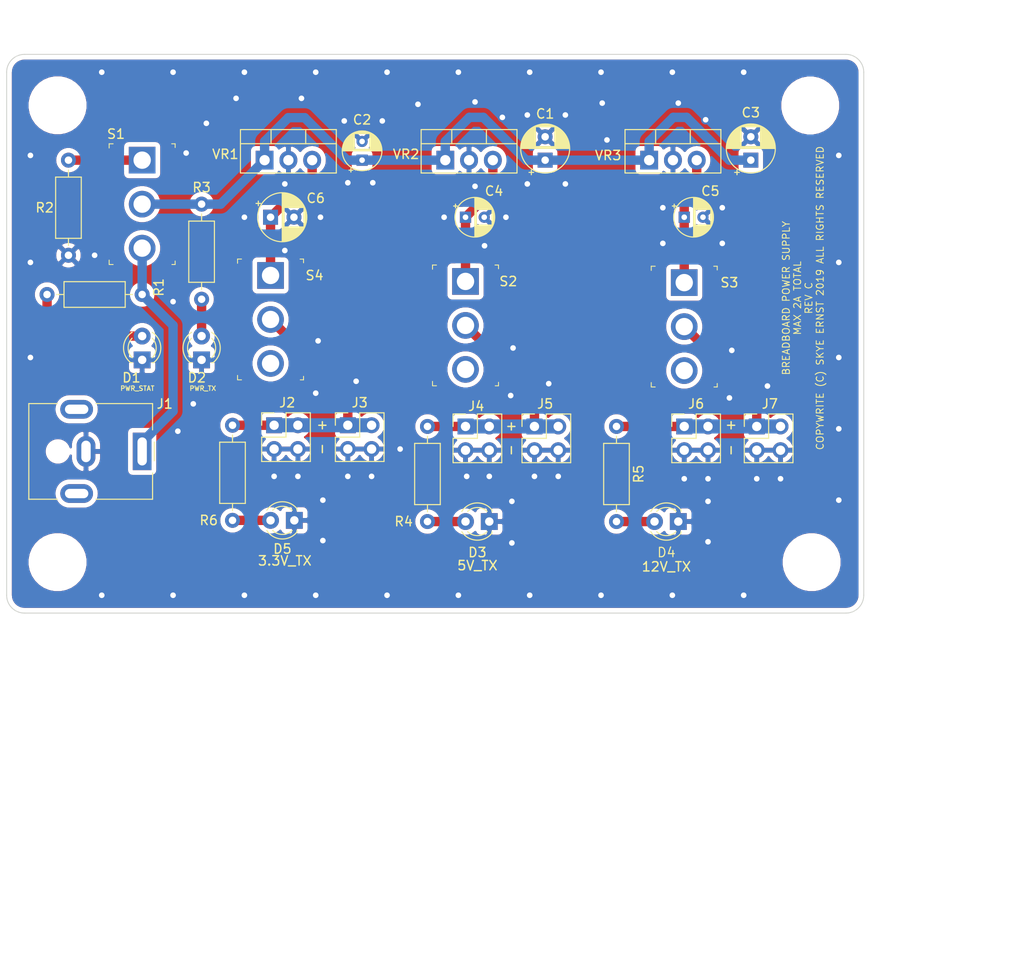
<source format=kicad_pcb>
(kicad_pcb (version 20171130) (host pcbnew "(5.1.4)-1")
  (layers (0 F.Cu signal) (31 B.Cu signal) (34 B.Paste user) (35 F.Paste user) (36 B.SilkS user) (37 F.SilkS user) (38 B.Mask user) (39 F.Mask user) (44 Edge.Cuts user))
  (net 0 "")
  (net 1 GND)
  (net 2 /PWR_AFT_SW)
  (net 3 +5V)
  (net 4 +12V)
  (net 5 +3V3)
  (net 6 "Net-(D1-Pad2)")
  (net 7 "Net-(D2-Pad2)")
  (net 8 /PWR_IN)
  (net 9 "Net-(R2-Pad2)")
  (net 10 "Net-(D3-Pad2)")
  (net 11 "Net-(D4-Pad2)")
  (net 12 "Net-(D5-Pad2)")
  (net 13 /POST_VR1_SW)
  (net 14 /POST_VR2_SW)
  (net 15 /POST_VR3_SW)
  (net 16 "Net-(S2-Pad3)")
  (net 17 "Net-(S3-Pad3)")
  (net 18 "Net-(S4-Pad3)")
  (module Package_TO_SOT_THT:TO-220-3_Vertical (layer F.Cu) (at 136.779 55.118)
    (fp_text reference VR1 (at -4.191 -0.635) (layer F.SilkS))
    (fp_text value L78S05CV)
    (pad 1 thru_hole rect (at 0 0) (size 1.905 2) (drill 1.1) (layers *.Cu *.Mask) (net 2 /PWR_AFT_SW))
    (pad 2 thru_hole oval (at 2.54 0) (size 1.905 2) (drill 1.1) (layers *.Cu *.Mask) (net 1 GND))
    (pad 3 thru_hole oval (at 5.08 0) (size 1.905 2) (drill 1.1) (layers *.Cu *.Mask) (net 5 +3V3))
  )
  (module Connector_PinSocket_2.54mm:PinSocket_2x02_P2.54mm_Vertical (layer F.Cu) (at 145.669 83.439 90)
    (fp_text reference J3 (at 2.413 1.27 180) (layer F.SilkS))
    (fp_text value "2.54mm pitch")
    (pad 4 thru_hole oval (at -2.54 2.54 90) (size 1.7 1.7) (drill 1) (layers *.Cu *.Mask) (net 1 GND))
    (pad 3 thru_hole oval (at 0 2.54 90) (size 1.7 1.7) (drill 1) (layers *.Cu *.Mask) (net 13 /POST_VR1_SW))
    (pad 2 thru_hole oval (at -2.54 0 90) (size 1.7 1.7) (drill 1) (layers *.Cu *.Mask) (net 1 GND))
    (pad 1 thru_hole rect (at 0 0 90) (size 1.7 1.7) (drill 1) (layers *.Cu *.Mask) (net 13 /POST_VR1_SW))
  )
  (module Connector_PinSocket_2.54mm:PinSocket_2x02_P2.54mm_Vertical (layer F.Cu) (at 189.357 83.566 90)
    (fp_text reference J7 (at 2.413 1.397 180) (layer F.SilkS))
    (fp_text value "2.54mm pitch")
    (pad 4 thru_hole oval (at -2.54 2.54 90) (size 1.7 1.7) (drill 1) (layers *.Cu *.Mask) (net 1 GND))
    (pad 3 thru_hole oval (at 0 2.54 90) (size 1.7 1.7) (drill 1) (layers *.Cu *.Mask) (net 15 /POST_VR3_SW))
    (pad 2 thru_hole oval (at -2.54 0 90) (size 1.7 1.7) (drill 1) (layers *.Cu *.Mask) (net 1 GND))
    (pad 1 thru_hole rect (at 0 0 90) (size 1.7 1.7) (drill 1) (layers *.Cu *.Mask) (net 15 /POST_VR3_SW))
  )
  (module Connector_PinSocket_2.54mm:PinSocket_2x02_P2.54mm_Vertical (layer F.Cu) (at 181.61 83.566 90)
    (fp_text reference J6 (at 2.413 1.27 180) (layer F.SilkS))
    (fp_text value "2.54mm pitch")
    (pad 4 thru_hole oval (at -2.54 2.54 90) (size 1.7 1.7) (drill 1) (layers *.Cu *.Mask) (net 1 GND))
    (pad 3 thru_hole oval (at 0 2.54 90) (size 1.7 1.7) (drill 1) (layers *.Cu *.Mask) (net 15 /POST_VR3_SW))
    (pad 2 thru_hole oval (at -2.54 0 90) (size 1.7 1.7) (drill 1) (layers *.Cu *.Mask) (net 1 GND))
    (pad 1 thru_hole rect (at 0 0 90) (size 1.7 1.7) (drill 1) (layers *.Cu *.Mask) (net 15 /POST_VR3_SW))
  )
  (module Connector_PinSocket_2.54mm:PinSocket_2x02_P2.54mm_Vertical (layer F.Cu) (at 165.608 83.566 90)
    (fp_text reference J5 (at 2.413 1.143 180) (layer F.SilkS))
    (fp_text value "2.54mm pitch")
    (pad 4 thru_hole oval (at -2.54 2.54 90) (size 1.7 1.7) (drill 1) (layers *.Cu *.Mask) (net 1 GND))
    (pad 3 thru_hole oval (at 0 2.54 90) (size 1.7 1.7) (drill 1) (layers *.Cu *.Mask) (net 14 /POST_VR2_SW))
    (pad 2 thru_hole oval (at -2.54 0 90) (size 1.7 1.7) (drill 1) (layers *.Cu *.Mask) (net 1 GND))
    (pad 1 thru_hole rect (at 0 0 90) (size 1.7 1.7) (drill 1) (layers *.Cu *.Mask) (net 14 /POST_VR2_SW))
  )
  (module Connector_PinSocket_2.54mm:PinSocket_2x02_P2.54mm_Vertical (layer F.Cu) (at 158.242 83.566 90)
    (fp_text reference J4 (at 2.159 1.143 180) (layer F.SilkS))
    (fp_text value "2.54mm pitch")
    (pad 4 thru_hole oval (at -2.54 2.54 90) (size 1.7 1.7) (drill 1) (layers *.Cu *.Mask) (net 1 GND))
    (pad 3 thru_hole oval (at 0 2.54 90) (size 1.7 1.7) (drill 1) (layers *.Cu *.Mask) (net 14 /POST_VR2_SW))
    (pad 2 thru_hole oval (at -2.54 0 90) (size 1.7 1.7) (drill 1) (layers *.Cu *.Mask) (net 1 GND))
    (pad 1 thru_hole rect (at 0 0 90) (size 1.7 1.7) (drill 1) (layers *.Cu *.Mask) (net 14 /POST_VR2_SW))
  )
  (module Connector_PinSocket_2.54mm:PinSocket_2x02_P2.54mm_Vertical (layer F.Cu) (at 137.795 83.439 90)
    (fp_text reference J2 (at 2.413 1.397 180) (layer F.SilkS))
    (fp_text value "2.54mm pitch")
    (pad 4 thru_hole oval (at -2.54 2.54 90) (size 1.7 1.7) (drill 1) (layers *.Cu *.Mask) (net 1 GND))
    (pad 3 thru_hole oval (at 0 2.54 90) (size 1.7 1.7) (drill 1) (layers *.Cu *.Mask) (net 13 /POST_VR1_SW))
    (pad 2 thru_hole oval (at -2.54 0 90) (size 1.7 1.7) (drill 1) (layers *.Cu *.Mask) (net 1 GND))
    (pad 1 thru_hole rect (at 0 0 90) (size 1.7 1.7) (drill 1) (layers *.Cu *.Mask) (net 13 /POST_VR1_SW))
  )
  (module MountingHole:MountingHole_2.2mm_M2 (layer F.Cu) (at 195.219467 98.064467)
    (fp_text reference REF** hide)
    (fp_text value MountingHole_2.2mm_M2)
    (pad 1 np_thru_hole circle (at 0 0) (size 2.2 2.2) (drill 2.2) (layers *.Cu *.Mask))
  )
  (module MountingHole:MountingHole_2.2mm_M2 (layer F.Cu) (at 195.072 49.276)
    (fp_text reference REF** hide)
    (fp_text value MountingHole_2.2mm_M2)
    (pad 1 np_thru_hole circle (at 0 0) (size 2.2 2.2) (drill 2.2) (layers *.Cu *.Mask))
  )
  (module Resistor_THT:R_Axial_DIN0207_L6.3mm_D2.5mm_P10.16mm_Horizontal (layer F.Cu) (at 133.35 83.439 270)
    (fp_text reference R6 (at 10.16 2.54 180) (layer F.SilkS))
    (fp_text value 100)
    (pad 2 thru_hole oval (at 10.16 0 270) (size 1.6 1.6) (drill 0.8) (layers *.Cu *.Mask) (net 12 "Net-(D5-Pad2)"))
    (pad 1 thru_hole circle (at 0 0 270) (size 1.6 1.6) (drill 0.8) (layers *.Cu *.Mask) (net 13 /POST_VR1_SW))
  )
  (module Resistor_THT:R_Axial_DIN0207_L6.3mm_D2.5mm_P10.16mm_Horizontal (layer F.Cu) (at 174.371 83.566 270)
    (fp_text reference R5 (at 5.08 -2.37 90) (layer F.SilkS))
    (fp_text value 680)
    (pad 2 thru_hole oval (at 10.16 0 270) (size 1.6 1.6) (drill 0.8) (layers *.Cu *.Mask) (net 11 "Net-(D4-Pad2)"))
    (pad 1 thru_hole circle (at 0 0 270) (size 1.6 1.6) (drill 0.8) (layers *.Cu *.Mask) (net 15 /POST_VR3_SW))
  )
  (module Resistor_THT:R_Axial_DIN0207_L6.3mm_D2.5mm_P10.16mm_Horizontal (layer F.Cu) (at 154.178 83.566 270)
    (fp_text reference R4 (at 10.16 2.54 180) (layer F.SilkS))
    (fp_text value 220)
    (pad 2 thru_hole oval (at 10.16 0 270) (size 1.6 1.6) (drill 0.8) (layers *.Cu *.Mask) (net 10 "Net-(D3-Pad2)"))
    (pad 1 thru_hole circle (at 0 0 270) (size 1.6 1.6) (drill 0.8) (layers *.Cu *.Mask) (net 14 /POST_VR2_SW))
  )
  (module Resistor_THT:R_Axial_DIN0207_L6.3mm_D2.5mm_P10.16mm_Horizontal (layer F.Cu) (at 130.048 69.977 90)
    (fp_text reference R3 (at 11.938 0 180) (layer F.SilkS))
    (fp_text value 680)
    (pad 2 thru_hole oval (at 10.16 0 90) (size 1.6 1.6) (drill 0.8) (layers *.Cu *.Mask) (net 2 /PWR_AFT_SW))
    (pad 1 thru_hole circle (at 0 0 90) (size 1.6 1.6) (drill 0.8) (layers *.Cu *.Mask) (net 7 "Net-(D2-Pad2)"))
  )
  (module Resistor_THT:R_Axial_DIN0207_L6.3mm_D2.5mm_P10.16mm_Horizontal (layer F.Cu) (at 115.824 65.278 90)
    (fp_text reference R2 (at 5.08 -2.54 180) (layer F.SilkS))
    (fp_text value 100K)
    (pad 2 thru_hole oval (at 10.16 0 90) (size 1.6 1.6) (drill 0.8) (layers *.Cu *.Mask) (net 9 "Net-(R2-Pad2)"))
    (pad 1 thru_hole circle (at 0 0 90) (size 1.6 1.6) (drill 0.8) (layers *.Cu *.Mask) (net 1 GND))
  )
  (module Resistor_THT:R_Axial_DIN0207_L6.3mm_D2.5mm_P10.16mm_Horizontal (layer F.Cu) (at 113.538 69.469)
    (fp_text reference R1 (at 11.938 -0.762 270) (layer F.SilkS))
    (fp_text value 660)
    (pad 2 thru_hole oval (at 10.16 0) (size 1.6 1.6) (drill 0.8) (layers *.Cu *.Mask) (net 8 /PWR_IN))
    (pad 1 thru_hole circle (at 0 0) (size 1.6 1.6) (drill 0.8) (layers *.Cu *.Mask) (net 6 "Net-(D1-Pad2)"))
  )
  (module LED_THT:LED_D3.0mm (layer F.Cu) (at 139.954 93.599 180)
    (fp_text reference D5 (at 1.27 -3.048) (layer F.SilkS))
    (fp_text value LED)
    (pad 2 thru_hole circle (at 2.54 0 180) (size 1.8 1.8) (drill 0.9) (layers *.Cu *.Mask) (net 12 "Net-(D5-Pad2)"))
    (pad 1 thru_hole rect (at 0 0 180) (size 1.8 1.8) (drill 0.9) (layers *.Cu *.Mask) (net 1 GND))
  )
  (module LED_THT:LED_D3.0mm (layer F.Cu) (at 180.975 93.726 180)
    (fp_text reference D4 (at 1.27 -3.302) (layer F.SilkS) (effects (font (thickness 0.125))))
    (fp_text value LED)
    (pad 2 thru_hole circle (at 2.54 0 180) (size 1.8 1.8) (drill 0.9) (layers *.Cu *.Mask) (net 11 "Net-(D4-Pad2)"))
    (pad 1 thru_hole rect (at 0 0 180) (size 1.8 1.8) (drill 0.9) (layers *.Cu *.Mask) (net 1 GND))
  )
  (module LED_THT:LED_D3.0mm (layer F.Cu) (at 160.782 93.726 180)
    (fp_text reference D3 (at 1.27 -3.302) (layer F.SilkS))
    (fp_text value LED)
    (pad 2 thru_hole circle (at 2.54 0 180) (size 1.8 1.8) (drill 0.9) (layers *.Cu *.Mask) (net 10 "Net-(D3-Pad2)"))
    (pad 1 thru_hole rect (at 0 0 180) (size 1.8 1.8) (drill 0.9) (layers *.Cu *.Mask) (net 1 GND))
  )
  (module LED_THT:LED_D3.0mm (layer F.Cu) (at 130.048 76.454 90)
    (fp_text reference D2 (at -1.905 -0.508 180) (layer F.SilkS))
    (fp_text value LED)
    (pad 1 thru_hole rect (at 0 0 90) (size 1.8 1.8) (drill 0.9) (layers *.Cu *.Mask) (net 1 GND))
    (pad 2 thru_hole circle (at 2.54 0 90) (size 1.8 1.8) (drill 0.9) (layers *.Cu *.Mask) (net 7 "Net-(D2-Pad2)"))
  )
  (module LED_THT:LED_D3.0mm (layer F.Cu) (at 123.698 76.454 90)
    (fp_text reference D1 (at -1.905 -1.143 180) (layer F.SilkS))
    (fp_text value LED)
    (pad 2 thru_hole circle (at 2.54 0 90) (size 1.8 1.8) (drill 0.9) (layers *.Cu *.Mask) (net 6 "Net-(D1-Pad2)"))
    (pad 1 thru_hole rect (at 0 0 90) (size 1.8 1.8) (drill 0.9) (layers *.Cu *.Mask) (net 1 GND))
  )
  (module Capacitor_THT:CP_Radial_D5.0mm_P2.50mm (layer F.Cu) (at 137.414 61.214)
    (fp_text reference C6 (at 4.826 -2.032) (layer F.SilkS))
    (fp_text value 100uF)
    (pad 2 thru_hole circle (at 2.5 0) (size 1.6 1.6) (drill 0.8) (layers *.Cu *.Mask) (net 1 GND))
    (pad 1 thru_hole rect (at 0 0) (size 1.6 1.6) (drill 0.8) (layers *.Cu *.Mask) (net 5 +3V3))
  )
  (module Capacitor_THT:CP_Radial_D4.0mm_P2.00mm (layer F.Cu) (at 181.61 61.214)
    (fp_text reference C5 (at 2.794 -2.794) (layer F.SilkS))
    (fp_text value 0.1uF)
    (pad 2 thru_hole circle (at 2 0) (size 1.2 1.2) (drill 0.6) (layers *.Cu *.Mask) (net 1 GND))
    (pad 1 thru_hole rect (at 0 0) (size 1.2 1.2) (drill 0.6) (layers *.Cu *.Mask) (net 4 +12V))
  )
  (module Capacitor_THT:CP_Radial_D4.0mm_P2.00mm (layer F.Cu) (at 158.242 61.214)
    (fp_text reference C4 (at 3.048 -2.794) (layer F.SilkS))
    (fp_text value 0.1uF)
    (pad 1 thru_hole rect (at 0 0) (size 1.2 1.2) (drill 0.6) (layers *.Cu *.Mask) (net 3 +5V))
    (pad 2 thru_hole circle (at 2 0) (size 1.2 1.2) (drill 0.6) (layers *.Cu *.Mask) (net 1 GND))
  )
  (module Capacitor_THT:CP_Radial_D5.0mm_P2.50mm (layer F.Cu) (at 188.722 55.118 90)
    (fp_text reference C3 (at 5.08 0 180) (layer F.SilkS))
    (fp_text value 0.33uF)
    (pad 2 thru_hole circle (at 2.5 0 90) (size 1.6 1.6) (drill 0.8) (layers *.Cu *.Mask) (net 1 GND))
    (pad 1 thru_hole rect (at 0 0 90) (size 1.6 1.6) (drill 0.8) (layers *.Cu *.Mask) (net 2 /PWR_AFT_SW))
  )
  (module Capacitor_THT:CP_Radial_D4.0mm_P2.00mm (layer F.Cu) (at 147.193 55.118 90)
    (fp_text reference C2 (at 4.318 0 180) (layer F.SilkS))
    (fp_text value 10uF)
    (pad 2 thru_hole circle (at 2 0 90) (size 1.2 1.2) (drill 0.6) (layers *.Cu *.Mask) (net 1 GND))
    (pad 1 thru_hole rect (at 0 0 90) (size 1.2 1.2) (drill 0.6) (layers *.Cu *.Mask) (net 2 /PWR_AFT_SW))
  )
  (module Capacitor_THT:CP_Radial_D5.0mm_P2.50mm (layer F.Cu) (at 166.751 55.118 90)
    (fp_text reference C1 (at 4.953 0 180) (layer F.SilkS))
    (fp_text value 0.33uF)
    (pad 2 thru_hole circle (at 2.5 0 90) (size 1.6 1.6) (drill 0.8) (layers *.Cu *.Mask) (net 1 GND))
    (pad 1 thru_hole rect (at 0 0 90) (size 1.6 1.6) (drill 0.8) (layers *.Cu *.Mask) (net 2 /PWR_AFT_SW))
  )
  (module digikey-footprints:Toggle_Switch_100SP1T1B4M2QE (layer F.Cu) (at 137.414 67.435 270)
    (fp_text reference S4 (at 0 -4.699 180) (layer F.SilkS))
    (fp_text value 100SP1T1B4M2QE)
    (pad 3 thru_hole circle (at 9.4 0 270) (size 2.85 2.85) (drill 1.85) (layers *.Cu *.Mask) (net 18 "Net-(S4-Pad3)"))
    (pad 2 thru_hole circle (at 4.7 0 270) (size 2.85 2.85) (drill 1.85) (layers *.Cu *.Mask) (net 13 /POST_VR1_SW))
    (pad 1 thru_hole rect (at 0 0 270) (size 2.85 2.85) (drill 1.85) (layers *.Cu *.Mask) (net 5 +3V3))
  )
  (module MountingHole:MountingHole_2.2mm_M2 (layer F.Cu) (at 114.660533 49.255533 180)
    (fp_text reference REF** hide)
    (fp_text value MountingHole_2.2mm_M2)
    (pad 1 np_thru_hole circle (at 0 0 180) (size 2.2 2.2) (drill 2.2) (layers *.Cu *.Mask))
  )
  (module MountingHole:MountingHole_2.2mm_M2 (layer F.Cu) (at 114.660533 98.064467)
    (fp_text reference REF** hide)
    (fp_text value MountingHole_2.2mm_M2)
    (pad 1 np_thru_hole circle (at 0 0) (size 2.2 2.2) (drill 2.2) (layers *.Cu *.Mask))
  )
  (module digikey-footprints:Toggle_Switch_100SP1T1B4M2QE (layer F.Cu) (at 181.61 68.199 270)
    (fp_text reference S3 (at 0 -4.826 180) (layer F.SilkS))
    (fp_text value 100SP1T1B4M2QE)
    (pad 3 thru_hole circle (at 9.4 0 270) (size 2.85 2.85) (drill 1.85) (layers *.Cu *.Mask) (net 17 "Net-(S3-Pad3)"))
    (pad 2 thru_hole circle (at 4.7 0 270) (size 2.85 2.85) (drill 1.85) (layers *.Cu *.Mask) (net 15 /POST_VR3_SW))
    (pad 1 thru_hole rect (at 0 0 270) (size 2.85 2.85) (drill 1.85) (layers *.Cu *.Mask) (net 4 +12V))
  )
  (module digikey-footprints:Toggle_Switch_100SP1T1B4M2QE (layer F.Cu) (at 158.242 68.072 270)
    (fp_text reference S2 (at 0 -4.572 180) (layer F.SilkS))
    (fp_text value 100SP1T1B4M2QE)
    (pad 3 thru_hole circle (at 9.4 0 270) (size 2.85 2.85) (drill 1.85) (layers *.Cu *.Mask) (net 16 "Net-(S2-Pad3)"))
    (pad 2 thru_hole circle (at 4.7 0 270) (size 2.85 2.85) (drill 1.85) (layers *.Cu *.Mask) (net 14 /POST_VR2_SW))
    (pad 1 thru_hole rect (at 0 0 270) (size 2.85 2.85) (drill 1.85) (layers *.Cu *.Mask) (net 3 +5V))
  )
  (module Connector_BarrelJack:BarrelJack_CUI_PJ-063AH_Horizontal (layer F.Cu) (at 123.698 86.233 270)
    (fp_text reference J1 (at -5.08 -2.413 180) (layer F.SilkS))
    (fp_text value PJ-063AH)
    (pad 1 thru_hole rect (at 0 0 270) (size 4 2) (drill oval 3 1) (layers *.Cu *.Mask) (net 8 /PWR_IN))
    (pad 2 thru_hole oval (at 0 6 270) (size 3.3 2) (drill oval 2.3 1) (layers *.Cu *.Mask) (net 1 GND))
    (pad MP thru_hole oval (at -4.5 7 270) (size 2 3.5) (drill oval 1 2.5) (layers *.Cu *.Mask))
    (pad MP thru_hole oval (at 4.5 7 270) (size 2 3.5) (drill oval 1 2.5) (layers *.Cu *.Mask))
    (pad "" np_thru_hole circle (at 0 9 270) (size 1.6 1.6) (drill 1.6) (layers *.Cu *.Mask))
  )
  (module digikey-footprints:Toggle_Switch_100SP1T1B4M2QE (layer F.Cu) (at 123.698 55.118 270)
    (fp_text reference S1 (at -2.792 2.794 180) (layer F.SilkS))
    (fp_text value 100SP1T1B4M2QE)
    (pad 1 thru_hole rect (at 0 0 270) (size 2.85 2.85) (drill 1.85) (layers *.Cu *.Mask) (net 9 "Net-(R2-Pad2)"))
    (pad 2 thru_hole circle (at 4.7 0 270) (size 2.85 2.85) (drill 1.85) (layers *.Cu *.Mask) (net 2 /PWR_AFT_SW))
    (pad 3 thru_hole circle (at 9.4 0 270) (size 2.85 2.85) (drill 1.85) (layers *.Cu *.Mask) (net 8 /PWR_IN))
  )
  (module Package_TO_SOT_THT:TO-220-3_Vertical (layer F.Cu) (at 156.083 55.118)
    (fp_text reference VR2 (at -4.191 -0.635) (layer F.SilkS))
    (fp_text value L78S05CV)
    (pad 3 thru_hole oval (at 5.08 0) (size 1.905 2) (drill 1.1) (layers *.Cu *.Mask) (net 3 +5V))
    (pad 2 thru_hole oval (at 2.54 0) (size 1.905 2) (drill 1.1) (layers *.Cu *.Mask) (net 1 GND))
    (pad 1 thru_hole rect (at 0 0) (size 1.905 2) (drill 1.1) (layers *.Cu *.Mask) (net 2 /PWR_AFT_SW))
  )
  (module Package_TO_SOT_THT:TO-220-3_Vertical (layer F.Cu) (at 177.8635 55.118)
    (fp_text reference VR3 (at -4.3815 -0.508) (layer F.SilkS))
    (fp_text value L78S12CV)
    (pad 1 thru_hole rect (at 0 0) (size 1.905 2) (drill 1.1) (layers *.Cu *.Mask) (net 2 /PWR_AFT_SW))
    (pad 2 thru_hole oval (at 2.54 0) (size 1.905 2) (drill 1.1) (layers *.Cu *.Mask) (net 1 GND))
    (pad 3 thru_hole oval (at 5.08 0) (size 1.905 2) (drill 1.1) (layers *.Cu *.Mask) (net 4 +12V))
  )
  (gr_line (start 200.787 45.72) (end 200.787 101.6) (layer Edge.Cuts) (width 0.1))
  (gr_text PWR_TX (at 130.175 79.502) (layer F.SilkS) (effects (font (size 0.5 0.5) (thickness 0.1))))
  (gr_text PWR_STAT (at 123.19 79.502) (layer F.SilkS) (effects (font (size 0.5 0.5) (thickness 0.1))))
  (gr_text "BREADBOARD POWER SUPPLY\nMAX 2A TOTAL\nREV C\nCOPYWRITE (C) SKYE ERNST 2019 ALL RIGHTS RESERVED" (at 194.31 69.85 90) (layer F.SilkS) (effects (font (size 0.75 0.75) (thickness 0.1))))
  (gr_text 12V_TX (at 179.705 98.552) (layer F.SilkS) (effects (font (size 1 1))))
  (gr_text 5V_TX (at 159.512 98.425) (layer F.SilkS) (effects (font (size 1 1) (thickness 0.155))))
  (gr_text 3.3V_TX (at 138.938 97.917) (layer F.SilkS) (effects (font (size 1 1))))
  (gr_line (start 109.22 45.72) (end 109.22 101.6) (layer Edge.Cuts) (width 0.1))
  (gr_arc (start 198.882 45.72) (end 200.787 45.72) (angle -90) (layer Edge.Cuts) (width 0.1))
  (gr_line (start 111.125 43.815) (end 198.882 43.815) (layer Edge.Cuts) (width 0.1))
  (gr_arc (start 111.125 45.72) (end 111.125 43.815) (angle -90) (layer Edge.Cuts) (width 0.1))
  (gr_arc (start 111.125 101.6) (end 109.22 101.6) (angle -90) (layer Edge.Cuts) (width 0.1))
  (gr_line (start 198.882 103.505) (end 111.125 103.505) (layer Edge.Cuts) (width 0.1))
  (gr_arc (start 198.882 101.6) (end 198.882 103.505) (angle -90) (layer Edge.Cuts) (width 0.1))
  (gr_text - (at 186.69 86.106 270) (layer F.SilkS) (effects (font (size 1 1))))
  (gr_text + (at 186.69 83.439 270) (layer F.SilkS) (effects (font (size 1 1))))
  (gr_text + (at 163.068 83.566 90) (layer F.SilkS) (effects (font (size 1 1))))
  (gr_text - (at 163.068 86.106 90) (layer F.SilkS) (effects (font (size 1 1))))
  (gr_text - (at 142.875 85.979 90) (layer F.SilkS) (effects (font (size 1 1))))
  (gr_text + (at 142.875 83.439 90) (layer F.SilkS) (effects (font (size 1 1))))
  (via (at 179.324 60.198) (size 1) (drill 0.6) (layers F.Cu B.Cu) (net 1))
  (via (at 119.38 101.6) (size 1) (drill 0.6) (layers F.Cu B.Cu) (net 1))
  (via (at 127 101.6) (size 1) (drill 0.6) (layers F.Cu B.Cu) (net 1))
  (via (at 134.62 101.6) (size 1) (drill 0.6) (layers F.Cu B.Cu) (net 1))
  (via (at 142.24 101.6) (size 1) (drill 0.6) (layers F.Cu B.Cu) (net 1))
  (via (at 149.86 101.6) (size 1) (drill 0.6) (layers F.Cu B.Cu) (net 1))
  (via (at 157.48 101.6) (size 1) (drill 0.6) (layers F.Cu B.Cu) (net 1))
  (via (at 165.1 101.6) (size 1) (drill 0.6) (layers F.Cu B.Cu) (net 1))
  (via (at 172.72 101.6) (size 1) (drill 0.6) (layers F.Cu B.Cu) (net 1))
  (via (at 180.34 101.6) (size 1) (drill 0.6) (layers F.Cu B.Cu) (net 1))
  (via (at 187.96 101.6) (size 1) (drill 0.6) (layers F.Cu B.Cu) (net 1))
  (via (at 119.38 45.72) (size 1) (drill 0.6) (layers F.Cu B.Cu) (net 1))
  (via (at 127 45.72) (size 1) (drill 0.6) (layers F.Cu B.Cu) (net 1))
  (via (at 134.62 45.72) (size 1) (drill 0.6) (layers F.Cu B.Cu) (net 1))
  (via (at 142.24 45.72) (size 1) (drill 0.6) (layers F.Cu B.Cu) (net 1))
  (via (at 149.86 45.72) (size 1) (drill 0.6) (layers F.Cu B.Cu) (net 1))
  (via (at 157.48 45.72) (size 1) (drill 0.6) (layers F.Cu B.Cu) (net 1))
  (via (at 165.1 45.72) (size 1) (drill 0.6) (layers F.Cu B.Cu) (net 1))
  (via (at 172.72 45.72) (size 1) (drill 0.6) (layers F.Cu B.Cu) (net 1))
  (via (at 180.34 45.72) (size 1) (drill 0.6) (layers F.Cu B.Cu) (net 1))
  (via (at 187.96 45.72) (size 1) (drill 0.6) (layers F.Cu B.Cu) (net 1))
  (via (at 134.62 61.214) (size 1) (drill 0.6) (layers F.Cu B.Cu) (net 1))
  (via (at 142.748 61.214) (size 1) (drill 0.6) (layers F.Cu B.Cu) (net 1))
  (via (at 138.938 57.658) (size 1) (drill 0.6) (layers F.Cu B.Cu) (net 1))
  (via (at 138.938 64.77) (size 1) (drill 0.6) (layers F.Cu B.Cu) (net 1))
  (via (at 111.76 76.2) (size 1) (drill 0.6) (layers F.Cu B.Cu) (net 1))
  (via (at 111.76 66.04) (size 1) (drill 0.6) (layers F.Cu B.Cu) (net 1))
  (via (at 111.76 54.61) (size 1) (drill 0.6) (layers F.Cu B.Cu) (net 1))
  (via (at 198.12 54.61) (size 1) (drill 0.6) (layers F.Cu B.Cu) (net 1))
  (via (at 198.12 66.04) (size 1) (drill 0.6) (layers F.Cu B.Cu) (net 1))
  (via (at 198.12 76.2) (size 1) (drill 0.6) (layers F.Cu B.Cu) (net 1))
  (via (at 198.12 83.82) (size 1) (drill 0.6) (layers F.Cu B.Cu) (net 1))
  (via (at 198.12 91.44) (size 1) (drill 0.6) (layers F.Cu B.Cu) (net 1))
  (via (at 155.956 61.214) (size 1) (drill 0.6) (layers F.Cu B.Cu) (net 1))
  (via (at 159.258 57.912) (size 1) (drill 0.6) (layers F.Cu B.Cu) (net 1))
  (via (at 160.274 64.262) (size 1) (drill 0.6) (layers F.Cu B.Cu) (net 1))
  (via (at 162.56 61.214) (size 1) (drill 0.6) (layers F.Cu B.Cu) (net 1))
  (via (at 179.324 64.008) (size 1) (drill 0.6) (layers F.Cu B.Cu) (net 1))
  (via (at 185.674 60.198) (size 1) (drill 0.6) (layers F.Cu B.Cu) (net 1))
  (via (at 185.674 64.008) (size 1) (drill 0.6) (layers F.Cu B.Cu) (net 1))
  (via (at 142.494 74.422) (size 1) (drill 0.6) (layers F.Cu B.Cu) (net 1))
  (via (at 146.558 78.74) (size 1) (drill 0.6) (layers F.Cu B.Cu) (net 1))
  (via (at 142.24 80.01) (size 1) (drill 0.6) (layers F.Cu B.Cu) (net 1))
  (via (at 163.068 80.264) (size 1) (drill 0.6) (layers F.Cu B.Cu) (net 1))
  (via (at 163.322 75.184) (size 1) (drill 0.6) (layers F.Cu B.Cu) (net 1))
  (via (at 167.132 78.994) (size 1) (drill 0.6) (layers F.Cu B.Cu) (net 1))
  (via (at 184.15 91.567) (size 1) (drill 0.6) (layers F.Cu B.Cu) (net 1))
  (via (at 184.15 95.885) (size 1) (drill 0.6) (layers F.Cu B.Cu) (net 1))
  (via (at 163.195 96.012) (size 1) (drill 0.6) (layers F.Cu B.Cu) (net 1))
  (via (at 163.195 91.567) (size 1) (drill 0.6) (layers F.Cu B.Cu) (net 1))
  (via (at 143.002 91.44) (size 1) (drill 0.6) (layers F.Cu B.Cu) (net 1))
  (via (at 143.002 95.758) (size 1) (drill 0.6) (layers F.Cu B.Cu) (net 1))
  (via (at 186.69 75.438) (size 1) (drill 0.6) (layers F.Cu B.Cu) (net 1))
  (via (at 190.5 79.248) (size 1) (drill 0.6) (layers F.Cu B.Cu) (net 1))
  (via (at 186.436 80.518) (size 1) (drill 0.6) (layers F.Cu B.Cu) (net 1))
  (via (at 181.61 89.154) (size 1) (drill 0.6) (layers F.Cu B.Cu) (net 1))
  (via (at 184.15 89.154) (size 1) (drill 0.6) (layers F.Cu B.Cu) (net 1))
  (via (at 189.357 89.154) (size 1) (drill 0.6) (layers F.Cu B.Cu) (net 1))
  (via (at 191.897 89.154) (size 1) (drill 0.6) (layers F.Cu B.Cu) (net 1))
  (via (at 137.795 88.9) (size 1) (drill 0.6) (layers F.Cu B.Cu) (net 1))
  (via (at 140.335 88.9) (size 1) (drill 0.6) (layers F.Cu B.Cu) (net 1))
  (via (at 145.669 88.9) (size 1) (drill 0.6) (layers F.Cu B.Cu) (net 1))
  (via (at 148.209 88.9) (size 1) (drill 0.6) (layers F.Cu B.Cu) (net 1))
  (via (at 151.257 85.979) (size 1) (drill 0.6) (layers F.Cu B.Cu) (net 1))
  (via (at 158.369 88.9) (size 1) (drill 0.6) (layers F.Cu B.Cu) (net 1))
  (via (at 160.782 88.9) (size 1) (drill 0.6) (layers F.Cu B.Cu) (net 1))
  (via (at 165.608 88.9) (size 1) (drill 0.6) (layers F.Cu B.Cu) (net 1))
  (via (at 168.148 88.9) (size 1) (drill 0.6) (layers F.Cu B.Cu) (net 1))
  (via (at 127.508 84.074) (size 1) (drill 0.6) (layers F.Cu B.Cu) (net 1))
  (via (at 129.159 81.153) (size 1) (drill 0.6) (layers F.Cu B.Cu) (net 1))
  (via (at 127 70.231) (size 1) (drill 0.6) (layers F.Cu B.Cu) (net 1))
  (via (at 118.618 65.278) (size 1) (drill 0.6) (layers F.Cu B.Cu) (net 1))
  (via (at 128.397 54.356) (size 1) (drill 0.6) (layers F.Cu B.Cu) (net 1))
  (via (at 130.556 51.181) (size 1) (drill 0.6) (layers F.Cu B.Cu) (net 1))
  (via (at 133.731 48.514) (size 1) (drill 0.6) (layers F.Cu B.Cu) (net 1))
  (via (at 140.716 48.514) (size 1) (drill 0.6) (layers F.Cu B.Cu) (net 1))
  (via (at 145.669 57.531) (size 1) (drill 0.6) (layers F.Cu B.Cu) (net 1))
  (via (at 148.336 57.531) (size 1) (drill 0.6) (layers F.Cu B.Cu) (net 1))
  (via (at 153.162 49.149) (size 1) (drill 0.6) (layers F.Cu B.Cu) (net 1))
  (via (at 159.258 48.895) (size 1) (drill 0.6) (layers F.Cu B.Cu) (net 1))
  (via (at 162.179 50.546) (size 1) (drill 0.6) (layers F.Cu B.Cu) (net 1))
  (via (at 164.846 50.292) (size 1) (drill 0.6) (layers F.Cu B.Cu) (net 1))
  (via (at 168.91 50.292) (size 1) (drill 0.6) (layers F.Cu B.Cu) (net 1))
  (via (at 164.846 57.658) (size 1) (drill 0.6) (layers F.Cu B.Cu) (net 1))
  (via (at 168.91 57.658) (size 1) (drill 0.6) (layers F.Cu B.Cu) (net 1))
  (via (at 172.847 49.022) (size 1) (drill 0.6) (layers F.Cu B.Cu) (net 1))
  (via (at 180.975 49.022) (size 1) (drill 0.6) (layers F.Cu B.Cu) (net 1))
  (via (at 183.896 50.8) (size 1) (drill 0.6) (layers F.Cu B.Cu) (net 1))
  (via (at 173.355 52.959) (size 1) (drill 0.6) (layers F.Cu B.Cu) (net 1))
  (via (at 149.352 50.927) (size 1) (drill 0.6) (layers F.Cu B.Cu) (net 1))
  (via (at 145.288 50.927) (size 1) (drill 0.6) (layers F.Cu B.Cu) (net 1))
  (segment (start 182.9435 55.1655) (end 182.9435 55.118) (width 1) (layer F.Cu) (net 4))
  (segment (start 161.163 55.1655) (end 161.163 55.118) (width 1) (layer F.Cu) (net 3))
  (segment (start 130.047 59.818) (end 130.048 59.817) (width 1) (layer B.Cu) (net 2))
  (segment (start 123.698 59.818) (end 130.047 59.818) (width 1) (layer B.Cu) (net 2))
  (segment (start 132.08 59.817) (end 136.779 55.118) (width 1) (layer B.Cu) (net 2))
  (segment (start 130.048 59.817) (end 132.08 59.817) (width 1) (layer B.Cu) (net 2))
  (segment (start 136.779 53.118) (end 139.319 50.578) (width 1) (layer B.Cu) (net 2))
  (segment (start 136.779 55.118) (end 136.779 53.118) (width 1) (layer B.Cu) (net 2))
  (segment (start 145.593 55.118) (end 147.193 55.118) (width 1) (layer B.Cu) (net 2))
  (segment (start 141.053 50.578) (end 145.593 55.118) (width 1) (layer B.Cu) (net 2))
  (segment (start 139.319 50.578) (end 141.053 50.578) (width 1) (layer B.Cu) (net 2))
  (segment (start 147.193 55.118) (end 156.083 55.118) (width 1) (layer B.Cu) (net 2))
  (segment (start 156.083 53.118) (end 158.655 50.546) (width 1) (layer B.Cu) (net 2))
  (segment (start 156.083 55.118) (end 156.083 53.118) (width 1) (layer B.Cu) (net 2))
  (segment (start 158.655 50.546) (end 160.147 50.546) (width 1) (layer B.Cu) (net 2))
  (segment (start 164.719 55.118) (end 166.751 55.118) (width 1) (layer B.Cu) (net 2))
  (segment (start 160.147 50.546) (end 164.719 55.118) (width 1) (layer B.Cu) (net 2))
  (segment (start 166.751 55.118) (end 177.8635 55.118) (width 1) (layer B.Cu) (net 2))
  (segment (start 186.922 55.118) (end 188.722 55.118) (width 1) (layer B.Cu) (net 2))
  (segment (start 186.437998 55.118) (end 186.922 55.118) (width 1) (layer B.Cu) (net 2))
  (segment (start 181.865998 50.546) (end 186.437998 55.118) (width 1) (layer B.Cu) (net 2))
  (segment (start 180.4355 50.546) (end 181.865998 50.546) (width 1) (layer B.Cu) (net 2))
  (segment (start 177.8635 53.118) (end 180.4355 50.546) (width 1) (layer B.Cu) (net 2))
  (segment (start 177.8635 55.118) (end 177.8635 53.118) (width 1) (layer B.Cu) (net 2))
  (segment (start 158.242 61.214) (end 158.242 68.072) (width 1) (layer F.Cu) (net 3))
  (segment (start 161.163 58.293) (end 158.242 61.214) (width 1) (layer F.Cu) (net 3))
  (segment (start 161.163 55.118) (end 161.163 58.293) (width 1) (layer F.Cu) (net 3))
  (segment (start 181.61 61.214) (end 181.61 68.199) (width 1) (layer F.Cu) (net 4))
  (segment (start 181.61 59.614) (end 182.9435 58.2805) (width 1) (layer F.Cu) (net 4))
  (segment (start 181.61 61.214) (end 181.61 59.614) (width 1) (layer F.Cu) (net 4))
  (segment (start 182.9435 58.2805) (end 182.9435 55.118) (width 1) (layer F.Cu) (net 4))
  (segment (start 137.414 61.214) (end 137.414 68.072) (width 1) (layer F.Cu) (net 5))
  (segment (start 141.859 56.769) (end 137.414 61.214) (width 1) (layer F.Cu) (net 5))
  (segment (start 141.859 55.118) (end 141.859 56.769) (width 1) (layer F.Cu) (net 5))
  (segment (start 113.538 69.469) (end 113.538 73.025) (width 1) (layer F.Cu) (net 6))
  (segment (start 114.427 73.914) (end 123.698 73.914) (width 1) (layer F.Cu) (net 6))
  (segment (start 113.538 73.025) (end 114.427 73.914) (width 1) (layer F.Cu) (net 6))
  (segment (start 130.048 69.977) (end 130.048 73.914) (width 1) (layer F.Cu) (net 7))
  (segment (start 127 72.771) (end 123.698 69.469) (width 1) (layer B.Cu) (net 8))
  (segment (start 127 81.931) (end 127 72.771) (width 1) (layer B.Cu) (net 8))
  (segment (start 123.698 86.233) (end 123.698 85.233) (width 1) (layer B.Cu) (net 8))
  (segment (start 123.698 85.233) (end 127 81.931) (width 1) (layer B.Cu) (net 8))
  (segment (start 123.698 69.469) (end 123.698 64.518) (width 1) (layer B.Cu) (net 8))
  (segment (start 123.698 55.118) (end 115.824 55.118) (width 1) (layer F.Cu) (net 9))
  (segment (start 154.178 93.726) (end 158.242 93.726) (width 1) (layer F.Cu) (net 10))
  (segment (start 174.371 93.726) (end 178.435 93.726) (width 1) (layer F.Cu) (net 11))
  (segment (start 133.35 93.599) (end 137.414 93.599) (width 1) (layer F.Cu) (net 12))
  (segment (start 137.795 83.439) (end 140.335 83.439) (width 1.5) (layer B.Cu) (net 13))
  (segment (start 140.335 83.439) (end 145.669 83.439) (width 1.5) (layer B.Cu) (net 13))
  (segment (start 145.669 83.439) (end 148.209 83.439) (width 1.5) (layer B.Cu) (net 13))
  (segment (start 145.669 80.39) (end 145.669 83.439) (width 1) (layer F.Cu) (net 13))
  (segment (start 137.414 72.135) (end 145.669 80.39) (width 1) (layer F.Cu) (net 13))
  (segment (start 137.795 83.439) (end 133.35 83.439) (width 1) (layer F.Cu) (net 13))
  (segment (start 158.242 83.566) (end 160.782 83.566) (width 1.5) (layer B.Cu) (net 14))
  (segment (start 160.782 83.566) (end 165.608 83.566) (width 1.5) (layer B.Cu) (net 14))
  (segment (start 165.608 83.566) (end 168.148 83.566) (width 1.5) (layer B.Cu) (net 14))
  (segment (start 165.608 80.138) (end 165.608 83.566) (width 1) (layer F.Cu) (net 14))
  (segment (start 158.242 72.772) (end 165.608 80.138) (width 1) (layer F.Cu) (net 14))
  (segment (start 158.242 83.566) (end 154.178 83.566) (width 1) (layer F.Cu) (net 14))
  (segment (start 181.61 83.566) (end 184.15 83.566) (width 1.5) (layer B.Cu) (net 15))
  (segment (start 189.357 83.566) (end 191.897 83.566) (width 1.5) (layer B.Cu) (net 15))
  (segment (start 184.15 83.566) (end 189.357 83.566) (width 1.5) (layer B.Cu) (net 15))
  (segment (start 181.61 83.566) (end 174.371 83.566) (width 1) (layer F.Cu) (net 15))
  (segment (start 189.357 80.646) (end 189.357 83.566) (width 1) (layer F.Cu) (net 15))
  (segment (start 181.61 72.899) (end 189.357 80.646) (width 1) (layer F.Cu) (net 15))
  (zone (net 1) (net_name GND) (layer B.Cu) (connect_pads (clearance 0.508)) (min_thickness 0.254) (fill yes (arc_segments 32) (thermal_gap 0.508) (thermal_bridge_width 0.508))
    (polygon (pts (xy 108.585 43.18) (xy 201.676 43.18) (xy 201.6125 104.14) (xy 108.585 104.14)))
  )
  (zone (net 1) (net_name GND) (layer F.Cu) (connect_pads (clearance 0.508)) (min_thickness 0.254) (fill yes (arc_segments 32) (thermal_gap 0.508) (thermal_bridge_width 0.508) (smoothing chamfer) (radius 1))
    (polygon (pts (xy 108.585 43.18) (xy 201.676 43.18) (xy 201.676 104.14) (xy 108.585 104.14)))
  )
)
</source>
